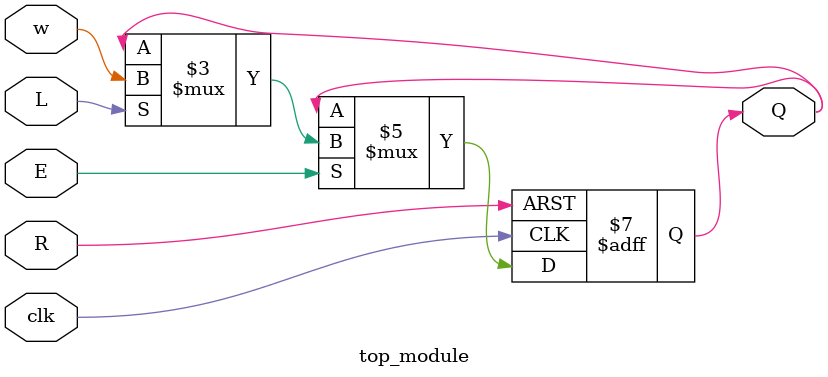
<source format=sv>
module top_module (
    input clk,
    input w,
    input R,
    input E,
    input L,
    output reg Q
);

always @(posedge clk or posedge R) begin
    if (R)
        Q <= 0; // Reset output to low state when R is high
    else if (E) begin
        if (L)
            Q <= w; // Update Q with w if L is high
        else
            Q <= Q; // Hold current state of Q if L is low
    end
end

endmodule

</source>
